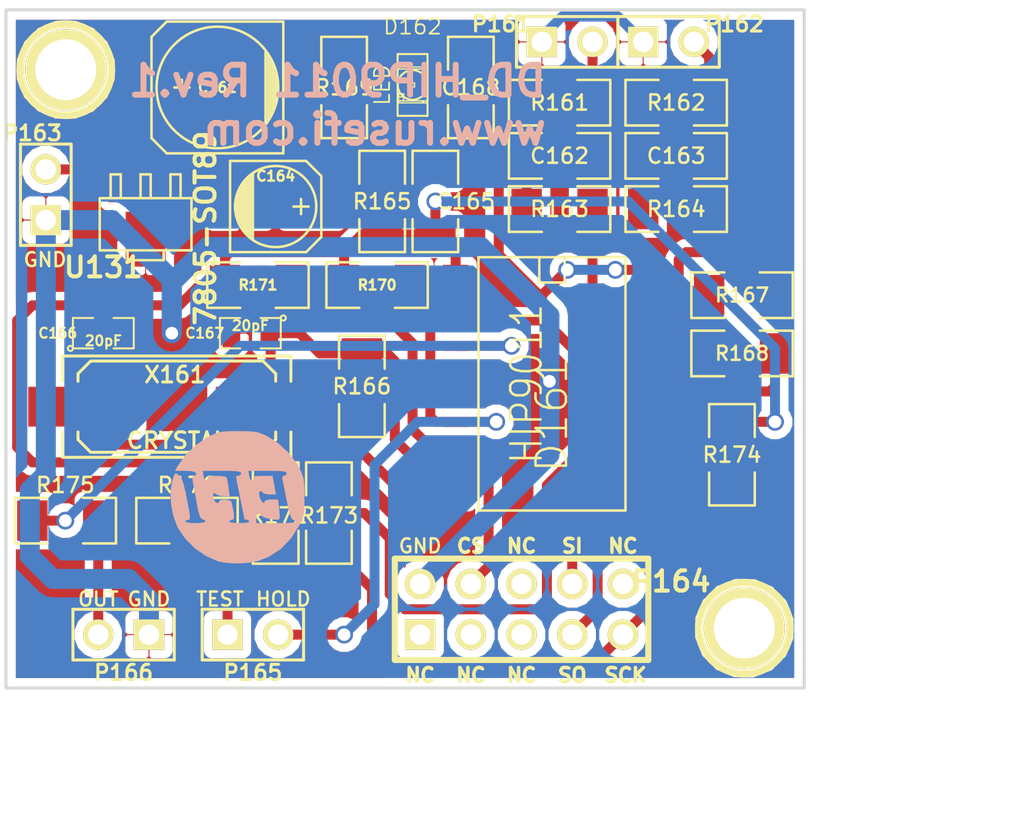
<source format=kicad_pcb>
(kicad_pcb (version 20221018) (generator pcbnew)
  (layers (0 "F.Cu" signal) (31 "B.Cu" signal) (34 "B.Paste" user) (35 "F.Paste" user) (36 "B.SilkS" user) (37 "F.SilkS" user) (38 "B.Mask" user) (39 "F.Mask" user) (44 "Edge.Cuts" user))
  (net 0 "")
  (net 1 "/+12V")
  (net 2 "/5V")
  (net 3 "/CS")
  (net 4 "/GND")
  (net 5 "/INT/HLD")
  (net 6 "/INTOUT")
  (net 7 "/KNOCK1")
  (net 8 "/KNOCK2")
  (net 9 "/OUT")
  (net 10 "/SCK")
  (net 11 "/SI")
  (net 12 "/SO")
  (net 13 "/TEST")
  (net 14 "N-0000017")
  (net 15 "N-0000018")
  (net 16 "N-0000021")
  (net 17 "N-0000025")
  (net 18 "N-0000026")
  (net 19 "N-0000027")
  (net 20 "N-0000028")
  (net 21 "N-0000029")
  (net 22 "N-0000030")
  (net 23 "N-000007")
  (net 24 "N-000008")
  (footprint "sot89" (layer "F.Cu") (at 74 31.7493 180)
    (fp_text reference "U131" (at 2.118 -2.1597 180) (layer "F.SilkS") (effects (font (size 1.00076 1.00076) (thickness 0.20066))))
    (fp_text value "7805-SOT89" (at -2.99974 -0.20066 270) (layer "F.SilkS") (effects (font (size 1.00076 1.00076) (thickness 0.20066))))
    (pad "1" smd rect (at -1.50114 1.89992 180) (size 0.70104 1.6002) (layers "F.Cu" "F.Paste" "F.Mask") (net 24 "N-000008"))
    (pad "2" smd rect (at 0 -0.7493 180) (size 1.99898 2.75082) (layers "F.Cu" "F.Paste" "F.Mask") (net 4 "/GND"))
    (pad "2" smd rect (at 0 1.651 180) (size 0.70104 2.10058) (layers "F.Cu" "F.Paste" "F.Mask") (net 4 "/GND"))
    (pad "3" smd rect (at 1.50114 1.89992 180) (size 0.70104 1.6002) (layers "F.Cu" "F.Paste" "F.Mask") (net 1 "/+12V"))
  )
  (footprint "SM1206" (layer "F.Cu") (at 103.378 43.307 -90)
    (fp_text reference "R174" (at 0 0) (layer "F.SilkS") (effects (font (size 0.762 0.762) (thickness 0.127))))
    (fp_text value "1K" hide)
    (pad "1" smd rect (at -1.651 0 270) (size 1.524 2.032) (layers "F.Cu" "F.Paste" "F.Mask") (net 2 "/5V"))
    (pad "2" smd rect (at 1.651 0 270) (size 1.524 2.032) (layers "F.Cu" "F.Paste" "F.Mask") (net 11 "/SI"))
  )
  (footprint "SM1206" (layer "F.Cu") (at 80.518 46.228 -90)
    (fp_text reference "R172" (at 0.127 -0.127) (layer "F.SilkS") (effects (font (size 0.762 0.762) (thickness 0.125))))
    (fp_text value "1K" hide)
    (pad "1" smd rect (at -1.651 0 270) (size 1.524 2.032) (layers "F.Cu" "F.Paste" "F.Mask") (net 2 "/5V"))
    (pad "2" smd rect (at 1.651 0 270) (size 1.524 2.032) (layers "F.Cu" "F.Paste" "F.Mask") (net 13 "/TEST"))
  )
  (footprint "SM1206" (layer "F.Cu") (at 85.598 34.798)
    (fp_text reference "R170" (at 0 0) (layer "F.SilkS") (effects (font (size 0.5 0.5) (thickness 0.125))))
    (fp_text value "1K" hide)
    (pad "1" smd rect (at -1.651 0) (size 1.524 2.032) (layers "F.Cu" "F.Paste" "F.Mask") (net 2 "/5V"))
    (pad "2" smd rect (at 1.651 0) (size 1.524 2.032) (layers "F.Cu" "F.Paste" "F.Mask") (net 5 "/INT/HLD"))
  )
  (footprint "SM1206" (layer "F.Cu") (at 83.947 24.892 -90)
    (fp_text reference "R169" (at 0 0) (layer "F.SilkS") (effects (font (size 0.762 0.762) (thickness 0.127))))
    (fp_text value "470R" hide)
    (pad "1" smd rect (at -1.651 0 270) (size 1.524 2.032) (layers "F.Cu" "F.Paste" "F.Mask") (net 23 "N-000007"))
    (pad "2" smd rect (at 1.651 0 270) (size 1.524 2.032) (layers "F.Cu" "F.Paste" "F.Mask") (net 24 "N-000008"))
  )
  (footprint "SM1206" (layer "F.Cu") (at 83.185 46.228 -90)
    (fp_text reference "R173" (at 0.127 0) (layer "F.SilkS") (effects (font (size 0.762 0.762) (thickness 0.127))))
    (fp_text value "1K" hide)
    (pad "1" smd rect (at -1.651 0 270) (size 1.524 2.032) (layers "F.Cu" "F.Paste" "F.Mask") (net 2 "/5V"))
    (pad "2" smd rect (at 1.651 0 270) (size 1.524 2.032) (layers "F.Cu" "F.Paste" "F.Mask") (net 10 "/SCK"))
  )
  (footprint "SM1206" (layer "F.Cu") (at 85.852 30.607 -90)
    (fp_text reference "R165" (at 0 0) (layer "F.SilkS") (effects (font (size 0.762 0.762) (thickness 0.127))))
    (fp_text value "10R" hide)
    (pad "1" smd rect (at -1.651 0 270) (size 1.524 2.032) (layers "F.Cu" "F.Paste" "F.Mask") (net 24 "N-000008"))
    (pad "2" smd rect (at 1.651 0 270) (size 1.524 2.032) (layers "F.Cu" "F.Paste" "F.Mask") (net 2 "/5V"))
  )
  (footprint "SM1206" (layer "F.Cu") (at 84.836 39.878 90)
    (fp_text reference "R166" (at 0 0 180) (layer "F.SilkS") (effects (font (size 0.762 0.762) (thickness 0.127))))
    (fp_text value "1M" hide)
    (pad "1" smd rect (at -1.651 0 90) (size 1.524 2.032) (layers "F.Cu" "F.Paste" "F.Mask") (net 15 "N-0000018"))
    (pad "2" smd rect (at 1.651 0 90) (size 1.524 2.032) (layers "F.Cu" "F.Paste" "F.Mask") (net 14 "N-0000017"))
  )
  (footprint "SM1206" (layer "F.Cu") (at 88.519 30.607 90)
    (fp_text reference "C165" (at 0 1.524 180) (layer "F.SilkS") (effects (font (size 0.762 0.762) (thickness 0.127))))
    (fp_text value "100n" hide)
    (pad "1" smd rect (at -1.651 0 90) (size 1.524 2.032) (layers "F.Cu" "F.Paste" "F.Mask") (net 2 "/5V"))
    (pad "2" smd rect (at 1.651 0 90) (size 1.524 2.032) (layers "F.Cu" "F.Paste" "F.Mask") (net 4 "/GND"))
  )
  (footprint "SM1206" (layer "F.Cu") (at 103.886 35.306)
    (fp_text reference "R167" (at 0 0) (layer "F.SilkS") (effects (font (size 0.7 0.7) (thickness 0.127))))
    (fp_text value "68k" hide)
    (pad "1" smd rect (at -1.651 0) (size 1.524 2.032) (layers "F.Cu" "F.Paste" "F.Mask") (net 20 "N-0000028"))
    (pad "2" smd rect (at 1.651 0) (size 1.524 2.032) (layers "F.Cu" "F.Paste" "F.Mask") (net 21 "N-0000029"))
  )
  (footprint "SM1206" (layer "F.Cu") (at 100.584 30.988)
    (fp_text reference "R164" (at 0 0) (layer "F.SilkS") (effects (font (size 0.762 0.762) (thickness 0.127))))
    (fp_text value "10k" hide)
    (pad "1" smd rect (at -1.651 0) (size 1.524 2.032) (layers "F.Cu" "F.Paste" "F.Mask") (net 16 "N-0000021"))
    (pad "2" smd rect (at 1.651 0) (size 1.524 2.032) (layers "F.Cu" "F.Paste" "F.Mask") (net 21 "N-0000029"))
  )
  (footprint "SM1206" (layer "F.Cu") (at 94.742 30.988)
    (fp_text reference "R163" (at 0 0) (layer "F.SilkS") (effects (font (size 0.762 0.762) (thickness 0.127))))
    (fp_text value "10k" hide)
    (pad "1" smd rect (at -1.651 0) (size 1.524 2.032) (layers "F.Cu" "F.Paste" "F.Mask") (net 22 "N-0000030"))
    (pad "2" smd rect (at 1.651 0) (size 1.524 2.032) (layers "F.Cu" "F.Paste" "F.Mask") (net 18 "N-0000026"))
  )
  (footprint "SM1206" (layer "F.Cu") (at 100.584 28.321 180)
    (fp_text reference "C163" (at 0 0 180) (layer "F.SilkS") (effects (font (size 0.762 0.762) (thickness 0.127))))
    (fp_text value "47n" hide)
    (pad "1" smd rect (at -1.651 0 180) (size 1.524 2.032) (layers "F.Cu" "F.Paste" "F.Mask") (net 8 "/KNOCK2"))
    (pad "2" smd rect (at 1.651 0 180) (size 1.524 2.032) (layers "F.Cu" "F.Paste" "F.Mask") (net 16 "N-0000021"))
  )
  (footprint "SM1206" (layer "F.Cu") (at 100.584 25.654 180)
    (fp_text reference "R162" (at 0 0 180) (layer "F.SilkS") (effects (font (size 0.762 0.762) (thickness 0.127))))
    (fp_text value "1M" hide)
    (pad "1" smd rect (at -1.651 0 180) (size 1.524 2.032) (layers "F.Cu" "F.Paste" "F.Mask") (net 8 "/KNOCK2"))
    (pad "2" smd rect (at 1.651 0 180) (size 1.524 2.032) (layers "F.Cu" "F.Paste" "F.Mask") (net 4 "/GND"))
  )
  (footprint "SM1206" (layer "F.Cu") (at 94.742 25.654 180)
    (fp_text reference "R161" (at 0 0 180) (layer "F.SilkS") (effects (font (size 0.762 0.762) (thickness 0.127))))
    (fp_text value "1M" hide)
    (pad "1" smd rect (at -1.651 0 180) (size 1.524 2.032) (layers "F.Cu" "F.Paste" "F.Mask") (net 7 "/KNOCK1"))
    (pad "2" smd rect (at 1.651 0 180) (size 1.524 2.032) (layers "F.Cu" "F.Paste" "F.Mask") (net 4 "/GND"))
  )
  (footprint "SM1206" (layer "F.Cu") (at 94.742 28.321 180)
    (fp_text reference "C162" (at 0 0 180) (layer "F.SilkS") (effects (font (size 0.762 0.762) (thickness 0.127))))
    (fp_text value "47n" hide)
    (pad "1" smd rect (at -1.651 0 180) (size 1.524 2.032) (layers "F.Cu" "F.Paste" "F.Mask") (net 7 "/KNOCK1"))
    (pad "2" smd rect (at 1.651 0 180) (size 1.524 2.032) (layers "F.Cu" "F.Paste" "F.Mask") (net 22 "N-0000030"))
  )
  (footprint "SM0805" (layer "F.Cu") (at 71.882 37.211)
    (fp_text reference "C166" (at -2.286 0) (layer "F.SilkS") (effects (font (size 0.50038 0.50038) (thickness 0.10922))))
    (fp_text value "20pF" (at 0 0.381) (layer "F.SilkS") (effects (font (size 0.50038 0.50038) (thickness 0.10922))))
    (pad "1" smd rect (at -0.9525 0) (size 0.889 1.397) (layers "F.Cu" "F.Paste" "F.Mask") (net 15 "N-0000018"))
    (pad "2" smd rect (at 0.9525 0) (size 0.889 1.397) (layers "F.Cu" "F.Paste" "F.Mask") (net 4 "/GND"))
  )
  (footprint "SM0805" (layer "F.Cu") (at 79.248 37.211 180)
    (fp_text reference "C167" (at 2.286 0 180) (layer "F.SilkS") (effects (font (size 0.50038 0.50038) (thickness 0.10922))))
    (fp_text value "20pF" (at 0 0.381 180) (layer "F.SilkS") (effects (font (size 0.50038 0.50038) (thickness 0.10922))))
    (pad "1" smd rect (at -0.9525 0 180) (size 0.889 1.397) (layers "F.Cu" "F.Paste" "F.Mask") (net 14 "N-0000017"))
    (pad "2" smd rect (at 0.9525 0 180) (size 0.889 1.397) (layers "F.Cu" "F.Paste" "F.Mask") (net 4 "/GND"))
  )
  (footprint "Q_49U3HMS" (layer "F.Cu") (at 75.565 40.894)
    (fp_text reference "X161" (at -0.1 -1.6) (layer "F.SilkS") (effects (font (size 0.8 0.8))))
    (fp_text value "CRYSTAL" (at 0 1.7) (layer "F.SilkS") (effects (font (size 0.8 0.8))))
    (pad "1" smd rect (at -4.699 0) (size 5.4991 1.99898) (layers "F.Cu" "F.Paste" "F.Mask") (net 14 "N-0000017"))
    (pad "2" smd rect (at 4.699 0) (size 5.4991 1.99898) (layers "F.Cu" "F.Paste" "F.Mask") (net 15 "N-0000018"))
  )
  (footprint "PIN_ARRAY_2X1" (layer "F.Cu") (at 100.203 22.606)
    (fp_text reference "P162" (at 3.302 -0.889) (layer "F.SilkS") (effects (font (size 0.762 0.762) (thickness 0.1524))))
    (fp_text value "KNOCK 2" hide)
    (pad "1" thru_hole rect (at -1.27 0) (size 1.524 1.524) (drill 1.016) (layers "*.Cu" "*.Mask" "F.SilkS") (net 4 "/GND"))
    (pad "2" thru_hole circle (at 1.27 0) (size 1.524 1.524) (drill 1.016) (layers "*.Cu" "*.Mask" "F.SilkS") (net 8 "/KNOCK2"))
  )
  (footprint "PIN_ARRAY_2X1" (layer "F.Cu") (at 95.123 22.606)
    (fp_text reference "P161" (at -3.302 -0.889) (layer "F.SilkS") (effects (font (size 0.762 0.762) (thickness 0.1524))))
    (fp_text value "KNOCK 1" hide)
    (pad "1" thru_hole rect (at -1.27 0) (size 1.524 1.524) (drill 1.016) (layers "*.Cu" "*.Mask" "F.SilkS") (net 4 "/GND"))
    (pad "2" thru_hole circle (at 1.27 0) (size 1.524 1.524) (drill 1.016) (layers "*.Cu" "*.Mask" "F.SilkS") (net 7 "/KNOCK1"))
  )
  (footprint "PIN_ARRAY_2X1" (layer "F.Cu") (at 69 30.27 90)
    (fp_text reference "P163" (at 3.092 -0.674 180) (layer "F.SilkS") (effects (font (size 0.762 0.762) (thickness 0.1524))))
    (fp_text value "12V" hide)
    (pad "1" thru_hole rect (at -1.27 0 90) (size 1.524 1.524) (drill 1.016) (layers "*.Cu" "*.Mask" "F.SilkS") (net 4 "/GND"))
    (pad "2" thru_hole circle (at 1.27 0 90) (size 1.524 1.524) (drill 1.016) (layers "*.Cu" "*.Mask" "F.SilkS") (net 1 "/+12V"))
  )
  (footprint "LED-1206" (layer "F.Cu") (at 87.376 24.765 -90)
    (fp_text reference "D162" (at -2.921 0) (layer "F.SilkS") (effects (font (size 0.762 0.762) (thickness 0.0889))))
    (fp_text value "LED" (at 0 1.524 270) (layer "F.SilkS") (effects (font (size 0.762 0.762) (thickness 0.0889))))
    (pad "1" smd rect (at -1.41986 0 270) (size 1.59766 1.80086) (layers "F.Cu" "F.Paste" "F.Mask") (net 23 "N-000007"))
    (pad "2" smd rect (at 1.41986 0 270) (size 1.59766 1.80086) (layers "F.Cu" "F.Paste" "F.Mask") (net 4 "/GND"))
  )
  (footprint "c_elec_6.3x5.3" (layer "F.Cu") (at 77.597 24.892 180)
    (fp_text reference "C161" (at 0 0 180) (layer "F.SilkS") (effects (font (size 0.50038 0.50038) (thickness 0.11938))))
    (fp_text value "100u" hide)
    (pad "1" smd rect (at 2.75082 0 180) (size 3.59918 1.6002) (layers "F.Cu" "F.Paste" "F.Mask") (net 1 "/+12V"))
    (pad "2" smd rect (at -2.75082 0 180) (size 3.59918 1.6002) (layers "F.Cu" "F.Paste" "F.Mask") (net 4 "/GND"))
  )
  (footprint "c_elec_4x5.3" (layer "F.Cu") (at 80.518 30.861)
    (fp_text reference "C164" (at 0 -1.524) (layer "F.SilkS") (effects (font (size 0.50038 0.50038) (thickness 0.11938))))
    (fp_text value "10u" hide)
    (pad "1" smd rect (at 1.80086 0) (size 2.60096 1.6002) (layers "F.Cu" "F.Paste" "F.Mask") (net 24 "N-000008"))
    (pad "2" smd rect (at -1.80086 0) (size 2.60096 1.6002) (layers "F.Cu" "F.Paste" "F.Mask") (net 4 "/GND"))
  )
  (footprint "SM1206" (layer "F.Cu") (at 69.977 46.609)
    (fp_text reference "R175" (at 0 -1.778) (layer "F.SilkS") (effects (font (size 0.762 0.762) (thickness 0.127))))
    (fp_text value "10k" hide)
    (pad "1" smd rect (at -1.651 0) (size 1.524 2.032) (layers "F.Cu" "F.Paste" "F.Mask") (net 6 "/INTOUT"))
    (pad "2" smd rect (at 1.651 0) (size 1.524 2.032) (layers "F.Cu" "F.Paste" "F.Mask") (net 9 "/OUT"))
  )
  (footprint "SM1206" (layer "F.Cu") (at 76.073 46.609)
    (fp_text reference "R176" (at 0 -1.778) (layer "F.SilkS") (effects (font (size 0.762 0.762) (thickness 0.127))))
    (fp_text value "10k" hide)
    (pad "1" smd rect (at -1.651 0) (size 1.524 2.032) (layers "F.Cu" "F.Paste" "F.Mask") (net 9 "/OUT"))
    (pad "2" smd rect (at 1.651 0) (size 1.524 2.032) (layers "F.Cu" "F.Paste" "F.Mask") (net 4 "/GND"))
  )
  (footprint "SO20L" (layer "F.Cu") (at 94.361 39.751 -90)
    (fp_text reference "D161" (at 1.524 0 270) (layer "F.SilkS") (effects (font (size 1.524 1.524) (thickness 0.127))))
    (fp_text value "HIP9011" (at 0 1.27 270) (layer "F.SilkS") (effects (font (size 1.524 1.27) (thickness 0.127))))
    (pad "1" smd rect (at -5.715 4.826 270) (size 0.508 1.27) (layers "F.Cu" "F.Paste" "F.Mask") (net 2 "/5V"))
    (pad "2" smd rect (at -4.445 4.826 270) (size 0.508 1.27) (layers "F.Cu" "F.Paste" "F.Mask") (net 4 "/GND"))
    (pad "3" smd rect (at -3.175 4.826 270) (size 0.508 1.27) (layers "F.Cu" "F.Paste" "F.Mask") (net 17 "N-0000025"))
    (pad "4" smd rect (at -1.905 4.826 270) (size 0.508 1.27) (layers "F.Cu" "F.Paste" "F.Mask") (net 6 "/INTOUT"))
    (pad "5" smd rect (at -0.635 4.826 270) (size 0.508 1.27) (layers "F.Cu" "F.Paste" "F.Mask"))
    (pad "6" smd rect (at 0.635 4.826 270) (size 0.508 1.27) (layers "F.Cu" "F.Paste" "F.Mask"))
    (pad "7" smd rect (at 1.905 4.826 270) (size 0.508 1.27) (layers "F.Cu" "F.Paste" "F.Mask") (net 5 "/INT/HLD"))
    (pad "8" smd rect (at 3.175 4.826 270) (size 0.508 1.27) (layers "F.Cu" "F.Paste" "F.Mask") (net 3 "/CS"))
    (pad "9" smd rect (at 4.445 4.826 270) (size 0.508 1.27) (layers "F.Cu" "F.Paste" "F.Mask") (net 14 "N-0000017"))
    (pad "10" smd rect (at 5.715 4.826 270) (size 0.508 1.27) (layers "F.Cu" "F.Paste" "F.Mask") (net 15 "N-0000018"))
    (pad "11" smd rect (at 5.715 -4.826 270) (size 0.508 1.27) (layers "F.Cu" "F.Paste" "F.Mask") (net 12 "/SO"))
    (pad "12" smd rect (at 4.445 -4.826 270) (size 0.508 1.27) (layers "F.Cu" "F.Paste" "F.Mask") (net 11 "/SI"))
    (pad "13" smd rect (at 3.175 -4.826 270) (size 0.508 1.27) (layers "F.Cu" "F.Paste" "F.Mask") (net 10 "/SCK"))
    (pad "14" smd rect (at 1.905 -4.826 270) (size 0.508 1.27) (layers "F.Cu" "F.Paste" "F.Mask") (net 13 "/TEST"))
    (pad "15" smd rect (at 0.635 -4.826 270) (size 0.508 1.27) (layers "F.Cu" "F.Paste" "F.Mask") (net 17 "N-0000025"))
    (pad "16" smd rect (at -0.635 -4.826 270) (size 0.508 1.27) (layers "F.Cu" "F.Paste" "F.Mask") (net 18 "N-0000026"))
    (pad "17" smd rect (at -1.905 -4.826 270) (size 0.508 1.27) (layers "F.Cu" "F.Paste" "F.Mask") (net 19 "N-0000027"))
    (pad "18" smd rect (at -3.175 -4.826 270) (size 0.508 1.27) (layers "F.Cu" "F.Paste" "F.Mask") (net 20 "N-0000028"))
    (pad "19" smd rect (at -4.445 -4.826 270) (size 0.508 1.27) (layers "F.Cu" "F.Paste" "F.Mask") (net 21 "N-0000029"))
    (pad "20" smd rect (at -5.715 -4.826 270) (size 0.508 1.27) (layers "F.Cu" "F.Paste" "F.Mask") (net 17 "N-0000025"))
  )
  (footprint "PIN_ARRAY_5x2" (layer "F.Cu") (at 92.837 51.054)
    (fp_text reference "P164" (at 7.493 -1.397) (layer "F.SilkS") (effects (font (size 1.016 1.016) (thickness 0.2032))))
    (fp_text value "CONN_5X2" hide)
    (pad "1" thru_hole rect (at -5.08 1.27) (size 1.524 1.524) (drill 1.016) (layers "*.Cu" "*.Mask" "F.SilkS"))
    (pad "2" thru_hole circle (at -5.08 -1.27) (size 1.524 1.524) (drill 1.016) (layers "*.Cu" "*.Mask" "F.SilkS") (net 4 "/GND"))
    (pad "3" thru_hole circle (at -2.54 1.27) (size 1.524 1.524) (drill 1.016) (layers "*.Cu" "*.Mask" "F.SilkS"))
    (pad "4" thru_hole circle (at -2.54 -1.27) (size 1.524 1.524) (drill 1.016) (layers "*.Cu" "*.Mask" "F.SilkS") (net 3 "/CS"))
    (pad "5" thru_hole circle (at 0 1.27) (size 1.524 1.524) (drill 1.016) (layers "*.Cu" "*.Mask" "F.SilkS"))
    (pad "6" thru_hole circle (at 0 -1.27) (size 1.524 1.524) (drill 1.016) (layers "*.Cu" "*.Mask" "F.SilkS"))
    (pad "7" thru_hole circle (at 2.54 1.27) (size 1.524 1.524) (drill 1.016) (layers "*.Cu" "*.Mask" "F.SilkS") (net 12 "/SO"))
    (pad "8" thru_hole circle (at 2.54 -1.27) (size 1.524 1.524) (drill 1.016) (layers "*.Cu" "*.Mask" "F.SilkS") (net 11 "/SI"))
    (pad "9" thru_hole circle (at 5.08 1.27) (size 1.524 1.524) (drill 1.016) (layers "*.Cu" "*.Mask" "F.SilkS") (net 10 "/SCK"))
    (pad "10" thru_hole circle (at 5.08 -1.27) (size 1.524 1.524) (drill 1.016) (layers "*.Cu" "*.Mask" "F.SilkS"))
  )
  (footprint "PIN_ARRAY_2X1" (layer "F.Cu") (at 79.375 52.324)
    (fp_text reference "P165" (at 0 1.905) (layer "F.SilkS") (effects (font (size 0.762 0.762) (thickness 0.1524))))
    (fp_text value "CONN_2" hide)
    (pad "1" thru_hole rect (at -1.27 0) (size 1.524 1.524) (drill 1.016) (layers "*.Cu" "*.Mask" "F.SilkS") (net 13 "/TEST"))
    (pad "2" thru_hole circle (at 1.27 0) (size 1.524 1.524) (drill 1.016) (layers "*.Cu" "*.Mask" "F.SilkS") (net 5 "/INT/HLD"))
  )
  (footprint "PIN_ARRAY_2X1" (layer "F.Cu") (at 72.898 52.324 180)
    (fp_text reference "P166" (at 0 -1.905 180) (layer "F.SilkS") (effects (font (size 0.762 0.762) (thickness 0.1524))))
    (fp_text value "CONN_2" hide)
    (pad "1" thru_hole rect (at -1.27 0 180) (size 1.524 1.524) (drill 1.016) (layers "*.Cu" "*.Mask" "F.SilkS") (net 4 "/GND"))
    (pad "2" thru_hole circle (at 1.27 0 180) (size 1.524 1.524) (drill 1.016) (layers "*.Cu" "*.Mask" "F.SilkS") (net 9 "/OUT"))
  )
  (footprint "1pin" (layer "F.Cu") (at 104 52)
    (fp_text reference "" (at 0 -3.048) (layer "F.SilkS") (effects (font (size 1.016 1.016) (thickness 0.254))))
    (fp_text value "" hide)
    (pad "1" thru_hole circle (at 0 0) (size 4.064 4.064) (drill 3.048) (layers "*.Cu" "*.Mask" "F.SilkS"))
  )
  (footprint "1pin" (layer "F.Cu") (at 70 24)
    (fp_text reference "" (at 0 -3.048) (layer "F.SilkS") (effects (font (size 1.016 1.016) (thickness 0.254))))
    (fp_text value "" hide)
    (pad "1" thru_hole circle (at 0 0) (size 4.064 4.064) (drill 3.048) (layers "*.Cu" "*.Mask" "F.SilkS"))
  )
  (footprint "SM1206" (layer "F.Cu") (at 90.297 24.892 90)
    (fp_text reference "C168" (at 0 0 180) (layer "F.SilkS") (effects (font (size 0.762 0.762) (thickness 0.127))))
    (fp_text value "22n" hide)
    (pad "1" smd rect (at -1.651 0 90) (size 1.524 2.032) (layers "F.Cu" "F.Paste" "F.Mask") (net 17 "N-0000025"))
    (pad "2" smd rect (at 1.651 0 90) (size 1.524 2.032) (layers "F.Cu" "F.Paste" "F.Mask") (net 4 "/GND"))
  )
  (footprint "SM1206" (layer "F.Cu") (at 79.629 34.798)
    (fp_text reference "R171" (at 0 0) (layer "F.SilkS") (effects (font (size 0.5 0.5) (thickness 0.125))))
    (fp_text value "1K" hide)
    (pad "1" smd rect (at -1.651 0) (size 1.524 2.032) (layers "F.Cu" "F.Paste" "F.Mask") (net 2 "/5V"))
    (pad "2" smd rect (at 1.651 0) (size 1.524 2.032) (layers "F.Cu" "F.Paste" "F.Mask") (net 3 "/CS"))
  )
  (footprint "SM1206" (layer "F.Cu") (at 103.886 38.227)
    (fp_text reference "R168" (at 0 0) (layer "F.SilkS") (effects (font (size 0.7 0.7) (thickness 0.127))))
    (fp_text value "68k" hide)
    (pad "1" smd rect (at -1.651 0) (size 1.524 2.032) (layers "F.Cu" "F.Paste" "F.Mask") (net 19 "N-0000027"))
    (pad "2" smd rect (at 1.651 0) (size 1.524 2.032) (layers "F.Cu" "F.Paste" "F.Mask") (net 18 "N-0000026"))
  )
  (footprint "LOGO_F" (layer "B.Cu") (at 78.613 45.466)
    (fp_text reference "G161" hide)
    (fp_text value "LOGO" hide)
  )
  (gr_line (start 67 21) (end 67 49) (stroke (width 0.15)) (layer "Edge.Cuts"))
  (gr_line (start 104 21) (end 107 21) (stroke (width 0.15)) (layer "Edge.Cuts"))
  (gr_line (start 107 55) (end 67 55) (stroke (width 0.15)) (layer "Edge.Cuts"))
  (gr_line (start 107 21) (end 107 55) (stroke (width 0.15)) (layer "Edge.Cuts"))
  (gr_line (start 67 55) (end 67 49) (stroke (width 0.15)) (layer "Edge.Cuts"))
  (gr_line (start 104 21) (end 67 21) (stroke (width 0.15)) (layer "Edge.Cuts"))
  (gr_text "DD_HIP9011 Rev.1\nwww.rusefi.com\n" (at 94.234 25.781) (layer "B.SilkS") (effects (font (size 1.5 1.5) (thickness 0.3)) (justify left mirror)))
  (gr_text "CS" (at 90.297 47.879) (layer "F.SilkS") (effects (font (size 0.7 0.7) (thickness 0.175))))
  (gr_text "GND" (at 74.168 50.546) (layer "F.SilkS") (effects (font (size 0.7 0.7) (thickness 0.125))))
  (gr_text "TEST\n" (at 77.724 50.546) (layer "F.SilkS") (effects (font (size 0.7 0.7) (thickness 0.125))))
  (gr_text "NC\n" (at 97.917 47.879) (layer "F.SilkS") (effects (font (size 0.7 0.7) (thickness 0.175))))
  (gr_text "NC\n" (at 92.837 54.356) (layer "F.SilkS") (effects (font (size 0.7 0.7) (thickness 0.175))))
  (gr_text "OUT\n" (at 71.628 50.546) (layer "F.SilkS") (effects (font (size 0.7 0.7) (thickness 0.125))))
  (gr_text "SO" (at 95.377 54.356) (layer "F.SilkS") (effects (font (size 0.7 0.7) (thickness 0.175))))
  (gr_text "HOLD\n" (at 80.899 50.546) (layer "F.SilkS") (effects (font (size 0.7 0.7) (thickness 0.125))))
  (gr_text "SI\n" (at 95.377 47.879) (layer "F.SilkS") (effects (font (size 0.7 0.7) (thickness 0.175))))
  (gr_text "NC\n" (at 90.297 54.356) (layer "F.SilkS") (effects (font (size 0.7 0.7) (thickness 0.175))))
  (gr_text "NC\n" (at 87.757 54.356) (layer "F.SilkS") (effects (font (size 0.7 0.7) (thickness 0.175))))
  (gr_text "SCK" (at 98.044 54.356) (layer "F.SilkS") (effects (font (size 0.7 0.7) (thickness 0.175))))
  (gr_text "GND" (at 68.961 33.528) (layer "F.SilkS") (effects (font (size 0.7 0.7) (thickness 0.125))))
  (gr_text "GND" (at 87.757 47.879) (layer "F.SilkS") (effects (font (size 0.7 0.7) (thickness 0.125))))
  (gr_text "NC\n" (at 92.837 47.879) (layer "F.SilkS") (effects (font (size 0.7 0.7) (thickness 0.175))))
  (segment (start 70.656 29) (end 71.50538 29.84938) (width 0.5) (layer "F.Cu") (net 1))
  (segment (start 71.50538 29.84938) (end 72.49886 29.84938) (width 0.5) (layer "F.Cu") (net 1))
  (segment (start 72.49886 28.59314) (end 74.84618 26.24582) (width 0.5) (layer "F.Cu") (net 1))
  (segment (start 74.84618 26.24582) (end 74.84618 24.892) (width 0.5) (layer "F.Cu") (net 1))
  (segment (start 69 29) (end 70.656 29) (width 0.5) (layer "F.Cu") (net 1))
  (segment (start 72.49886 29.84938) (end 72.49886 28.59314) (width 0.5) (layer "F.Cu") (net 1))
  (segment (start 78.994 44.577) (end 78.105 43.688) (width 0.5) (layer "F.Cu") (net 2))
  (segment (start 78.105 43.688) (end 68.326 43.688) (width 0.5) (layer "F.Cu") (net 2))
  (segment (start 68.326 43.688) (end 67.564 42.926) (width 0.5) (layer "F.Cu") (net 2))
  (segment (start 67.564 42.926) (end 67.564 36.576) (width 0.5) (layer "F.Cu") (net 2))
  (segment (start 67.564 36.576) (end 68.326 35.814) (width 0.5) (layer "F.Cu") (net 2))
  (segment (start 68.326 35.814) (end 75.692 35.814) (width 0.5) (layer "F.Cu") (net 2))
  (segment (start 75.692 35.814) (end 76.708 34.798) (width 0.5) (layer "F.Cu") (net 2))
  (segment (start 76.708 34.798) (end 77.978 34.798) (width 0.5) (layer "F.Cu") (net 2))
  (segment (start 77.978 33.401) (end 78.232 33.147) (width 0.5) (layer "F.Cu") (net 2))
  (segment (start 78.232 33.147) (end 83.947 33.147) (width 0.5) (layer "F.Cu") (net 2))
  (segment (start 83.947 33.147) (end 84.836 32.258) (width 0.5) (layer "F.Cu") (net 2))
  (segment (start 84.836 32.258) (end 85.852 32.258) (width 0.5) (layer "F.Cu") (net 2))
  (segment (start 88.519 32.258) (end 89.535 33.274) (width 0.5) (layer "F.Cu") (net 2))
  (segment (start 89.535 33.274) (end 89.535 34.036) (width 0.5) (layer "F.Cu") (net 2))
  (segment (start 105.537 41.656) (end 103.378 41.656) (width 0.5) (layer "F.Cu") (net 2))
  (segment (start 88.519 32.258) (end 88.519 30.607) (width 0.5) (layer "F.Cu") (net 2))
  (segment (start 77.978 34.798) (end 77.978 33.401) (width 0.5) (layer "F.Cu") (net 2))
  (segment (start 80.518 44.577) (end 78.994 44.577) (width 0.5) (layer "F.Cu") (net 2))
  (segment (start 83.185 44.577) (end 80.518 44.577) (width 0.5) (layer "F.Cu") (net 2))
  (segment (start 85.852 32.258) (end 88.519 32.258) (width 0.5) (layer "F.Cu") (net 2))
  (segment (start 83.947 34.798) (end 83.947 33.147) (width 0.5) (layer "F.Cu") (net 2))
  (via (at 88.519 30.607) (size 0.889) (drill 0.635) (layers "F.Cu" "B.Cu") (net 2))
  (via (at 105.537 41.656) (size 0.889) (drill 0.635) (layers "F.Cu" "B.Cu") (net 2))
  (segment (start 88.519 30.607) (end 98.171 30.607) (width 0.5) (layer "B.Cu") (net 2))
  (segment (start 98.171 30.607) (end 105.537 37.973) (width 0.5) (layer "B.Cu") (net 2))
  (segment (start 105.537 37.973) (end 105.537 41.656) (width 0.5) (layer "B.Cu") (net 2))
  (segment (start 88.265 42.926) (end 87.376 42.037) (width 0.5) (layer "F.Cu") (net 3))
  (segment (start 87.376 42.037) (end 87.376 37.719) (width 0.5) (layer "F.Cu") (net 3))
  (segment (start 87.376 37.719) (end 86.36 36.703) (width 0.5) (layer "F.Cu") (net 3))
  (segment (start 86.36 36.703) (end 83.185 36.703) (width 0.5) (layer "F.Cu") (net 3))
  (segment (start 83.185 36.703) (end 81.28 34.798) (width 0.5) (layer "F.Cu") (net 3))
  (segment (start 90.805 42.926) (end 91.186 43.307) (width 0.5) (layer "F.Cu") (net 3))
  (segment (start 91.186 43.307) (end 91.186 48.895) (width 0.5) (layer "F.Cu") (net 3))
  (segment (start 91.186 48.895) (end 90.297 49.784) (width 0.5) (layer "F.Cu") (net 3))
  (segment (start 89.535 42.926) (end 88.265 42.926) (width 0.5) (layer "F.Cu") (net 3))
  (segment (start 89.535 42.926) (end 90.805 42.926) (width 0.5) (layer "F.Cu") (net 3))
  (via (at 94.234 39.624) (size 0.889) (drill 0.635) (layers "F.Cu" "B.Cu") (net 4))
  (via (at 75.311 37.211) (size 0.889) (drill 0.635) (layers "F.Cu" "B.Cu") (net 4))
  (segment (start 93.853 22.352) (end 94.869 21.336) (width 0.5) (layer "B.Cu") (net 4))
  (segment (start 94.869 21.336) (end 97.663 21.336) (width 0.5) (layer "B.Cu") (net 4))
  (segment (start 97.663 21.336) (end 98.933 22.606) (width 0.5) (layer "B.Cu") (net 4))
  (segment (start 74.168 50.546) (end 73.152 49.53) (width 1) (layer "B.Cu") (net 4))
  (segment (start 73.152 49.53) (end 69.342 49.53) (width 1) (layer "B.Cu") (net 4))
  (segment (start 69.342 49.53) (end 68.199 48.387) (width 1) (layer "B.Cu") (net 4))
  (segment (start 68.199 48.387) (end 68.199 45.085) (width 1) (layer "B.Cu") (net 4))
  (segment (start 68.199 45.085) (end 69 44.284) (width 1) (layer "B.Cu") (net 4))
  (segment (start 69 44.284) (end 69 31.54) (width 1) (layer "B.Cu") (net 4))
  (segment (start 72.307 31.54) (end 75.311 34.544) (width 1) (layer "B.Cu") (net 4))
  (segment (start 75.311 34.544) (end 75.311 37.211) (width 1) (layer "B.Cu") (net 4))
  (segment (start 75.311 34.671) (end 77.089 32.893) (width 1) (layer "B.Cu") (net 4))
  (segment (start 77.089 32.893) (end 90.805 32.893) (width 1) (layer "B.Cu") (net 4))
  (segment (start 90.805 32.893) (end 94.234 36.322) (width 1) (layer "B.Cu") (net 4))
  (segment (start 94.234 36.322) (end 94.234 39.624) (width 1) (layer "B.Cu") (net 4))
  (segment (start 94.234 43.307) (end 87.757 49.784) (width 1) (layer "B.Cu") (net 4))
  (segment (start 75.311 37.211) (end 75.311 34.671) (width 1) (layer "B.Cu") (net 4))
  (segment (start 94.234 39.624) (end 94.234 43.307) (width 1) (layer "B.Cu") (net 4))
  (segment (start 69 31.54) (end 72.307 31.54) (width 1) (layer "B.Cu") (net 4))
  (segment (start 93.853 22.606) (end 93.853 22.352) (width 0.5) (layer "B.Cu") (net 4))
  (segment (start 74.168 52.324) (end 74.168 50.546) (width 1) (layer "B.Cu") (net 4))
  (segment (start 87.249 35.814) (end 88.265 36.83) (width 0.5) (layer "F.Cu") (net 5))
  (segment (start 88.265 36.83) (end 88.265 41.402) (width 0.5) (layer "F.Cu") (net 5))
  (segment (start 88.265 41.402) (end 88.519 41.656) (width 0.5) (layer "F.Cu") (net 5))
  (segment (start 88.519 41.656) (end 89.535 41.656) (width 0.5) (layer "F.Cu") (net 5))
  (segment (start 91.567 41.656) (end 89.535 41.656) (width 0.5) (layer "F.Cu") (net 5))
  (segment (start 80.645 52.324) (end 81.915 52.324) (width 0.5) (layer "F.Cu") (net 5))
  (segment (start 81.915 52.324) (end 83.947 52.324) (width 0.5) (layer "F.Cu") (net 5))
  (segment (start 87.249 34.798) (end 87.249 35.814) (width 0.5) (layer "F.Cu") (net 5))
  (via (at 83.947 52.324) (size 0.889) (drill 0.635) (layers "F.Cu" "B.Cu") (net 5))
  (via (at 91.567 41.656) (size 0.889) (drill 0.635) (layers "F.Cu" "B.Cu") (net 5))
  (segment (start 83.947 52.324) (end 85.471 50.8) (width 0.5) (layer "B.Cu") (net 5))
  (segment (start 85.471 50.8) (end 85.471 43.815) (width 0.5) (layer "B.Cu") (net 5))
  (segment (start 85.471 43.815) (end 87.63 41.656) (width 0.5) (layer "B.Cu") (net 5))
  (segment (start 87.63 41.656) (end 91.567 41.656) (width 0.5) (layer "B.Cu") (net 5))
  (segment (start 92.329 37.846) (end 89.535 37.846) (width 0.5) (layer "F.Cu") (net 6))
  (segment (start 68.326 46.609) (end 69.977 46.609) (width 0.5) (layer "F.Cu") (net 6))
  (via (at 92.329 37.846) (size 0.889) (drill 0.635) (layers "F.Cu" "B.Cu") (net 6))
  (via (at 69.977 46.609) (size 0.889) (drill 0.635) (layers "F.Cu" "B.Cu") (net 6))
  (segment (start 69.977 46.609) (end 78.74 37.846) (width 0.5) (layer "B.Cu") (net 6))
  (segment (start 78.74 37.846) (end 92.329 37.846) (width 0.5) (layer "B.Cu") (net 6))
  (segment (start 96.393 25.654) (end 96.393 28.321) (width 0.5) (layer "F.Cu") (net 7))
  (segment (start 96.393 22.606) (end 96.393 25.654) (width 0.5) (layer "F.Cu") (net 7))
  (segment (start 102.235 23.368) (end 102.235 25.654) (width 0.5) (layer "F.Cu") (net 8))
  (segment (start 101.473 22.606) (end 102.235 23.368) (width 0.5) (layer "F.Cu") (net 8))
  (segment (start 102.235 25.654) (end 102.235 28.321) (width 0.5) (layer "F.Cu") (net 8))
  (segment (start 73.025 46.609) (end 73.025 46.736) (width 0.3) (layer "F.Cu") (net 9))
  (segment (start 73.025 46.736) (end 73.025 46.609) (width 0.3) (layer "F.Cu") (net 9))
  (segment (start 73.025 46.609) (end 74.422 46.609) (width 0.5) (layer "F.Cu") (net 9))
  (segment (start 73.025 46.736) (end 73.025 46.609) (width 0.3) (layer "F.Cu") (net 9))
  (segment (start 71.628 52.324) (end 71.628 46.609) (width 0.5) (layer "F.Cu") (net 9))
  (segment (start 71.628 46.609) (end 73.025 46.609) (width 0.5) (layer "F.Cu") (net 9))
  (segment (start 100.711 42.926) (end 101.092 43.307) (width 0.5) (layer "F.Cu") (net 10))
  (segment (start 101.092 43.307) (end 104.902 43.307) (width 0.5) (layer "F.Cu") (net 10))
  (segment (start 104.902 43.307) (end 105.283 43.688) (width 0.5) (layer "F.Cu") (net 10))
  (segment (start 105.283 43.688) (end 105.283 46.101) (width 0.5) (layer "F.Cu") (net 10))
  (segment (start 105.283 46.101) (end 104.013 47.371) (width 0.5) (layer "F.Cu") (net 10))
  (segment (start 104.013 47.371) (end 101.6 47.371) (width 0.5) (layer "F.Cu") (net 10))
  (segment (start 101.6 47.371) (end 99.822 49.149) (width 0.5) (layer "F.Cu") (net 10))
  (segment (start 99.822 49.149) (end 99.822 50.419) (width 0.5) (layer "F.Cu") (net 10))
  (segment (start 99.822 50.419) (end 97.917 52.324) (width 0.5) (layer "F.Cu") (net 10))
  (segment (start 96.139 54.102) (end 86.487 54.102) (width 0.5) (layer "F.Cu") (net 10))
  (segment (start 86.487 54.102) (end 85.344 52.959) (width 0.5) (layer "F.Cu") (net 10))
  (segment (start 85.344 52.959) (end 85.344 50.038) (width 0.5) (layer "F.Cu") (net 10))
  (segment (start 85.344 50.038) (end 83.185 47.879) (width 0.5) (layer "F.Cu") (net 10))
  (segment (start 99.187 42.926) (end 100.711 42.926) (width 0.5) (layer "F.Cu") (net 10))
  (segment (start 97.917 52.324) (end 96.139 54.102) (width 0.5) (layer "F.Cu") (net 10))
  (segment (start 101.219 44.958) (end 100.457 44.196) (width 0.5) (layer "F.Cu") (net 11))
  (segment (start 100.457 44.196) (end 99.187 44.196) (width 0.5) (layer "F.Cu") (net 11))
  (segment (start 95.377 46.99) (end 98.171 44.196) (width 0.5) (layer "F.Cu") (net 11))
  (segment (start 98.171 44.196) (end 99.187 44.196) (width 0.5) (layer "F.Cu") (net 11))
  (segment (start 103.378 44.958) (end 101.219 44.958) (width 0.5) (layer "F.Cu") (net 11))
  (segment (start 95.377 49.784) (end 95.377 46.99) (width 0.5) (layer "F.Cu") (net 11))
  (segment (start 96.647 51.054) (end 96.647 48.006) (width 0.5) (layer "F.Cu") (net 12))
  (segment (start 96.647 48.006) (end 99.187 45.466) (width 0.5) (layer "F.Cu") (net 12))
  (segment (start 95.377 52.324) (end 96.647 51.054) (width 0.5) (layer "F.Cu") (net 12))
  (segment (start 78.105 50.292) (end 80.518 47.879) (width 0.5) (layer "F.Cu") (net 13))
  (segment (start 80.518 46.609) (end 80.899 46.228) (width 0.5) (layer "F.Cu") (net 13))
  (segment (start 80.899 46.228) (end 84.963 46.228) (width 0.5) (layer "F.Cu") (net 13))
  (segment (start 84.963 46.228) (end 86.233 47.498) (width 0.5) (layer "F.Cu") (net 13))
  (segment (start 86.233 47.498) (end 86.233 50.292) (width 0.5) (layer "F.Cu") (net 13))
  (segment (start 86.233 50.292) (end 86.995 51.054) (width 0.5) (layer "F.Cu") (net 13))
  (segment (start 86.995 51.054) (end 93.726 51.054) (width 0.5) (layer "F.Cu") (net 13))
  (segment (start 93.726 51.054) (end 94.107 50.673) (width 0.5) (layer "F.Cu") (net 13))
  (segment (start 94.107 50.673) (end 94.107 44.831) (width 0.5) (layer "F.Cu") (net 13))
  (segment (start 94.107 44.831) (end 97.282 41.656) (width 0.5) (layer "F.Cu") (net 13))
  (segment (start 97.282 41.656) (end 99.187 41.656) (width 0.5) (layer "F.Cu") (net 13))
  (segment (start 78.105 52.324) (end 78.105 50.292) (width 0.5) (layer "F.Cu") (net 13))
  (segment (start 80.518 47.879) (end 80.518 46.609) (width 0.5) (layer "F.Cu") (net 13))
  (segment (start 82.7278 38.227) (end 81.7118 37.211) (width 0.5) (layer "F.Cu") (net 14))
  (segment (start 81.7118 37.211) (end 80.2005 37.211) (width 0.5) (layer "F.Cu") (net 14))
  (segment (start 80.264 37.2745) (end 80.2005 37.211) (width 0.5) (layer "F.Cu") (net 14))
  (segment (start 70.9295 40.8305) (end 70.866 40.894) (width 0.5) (layer "F.Cu") (net 14))
  (segment (start 83.3374 42.799) (end 71.3486 42.799) (width 0.5) (layer "F.Cu") (net 14))
  (segment (start 71.3486 42.799) (end 70.866 42.3164) (width 0.5) (layer "F.Cu") (net 14))
  (segment (start 70.866 42.3164) (end 70.866 40.894) (width 0.5) (layer "F.Cu") (net 14))
  (segment (start 88.138 44.196) (end 86.487 42.545) (width 0.5) (layer "F.Cu") (net 14))
  (segment (start 86.487 42.545) (end 86.487 38.608) (width 0.5) (layer "F.Cu") (net 14))
  (segment (start 86.487 38.608) (end 86.106 38.227) (width 0.5) (layer "F.Cu") (net 14))
  (segment (start 86.106 38.227) (end 84.836 38.227) (width 0.5) (layer "F.Cu") (net 14))
  (segment (start 70.9295 37.211) (end 70.9295 40.8305) (width 0.5) (layer "F.Cu") (net 14))
  (segment (start 84.836 38.227) (end 82.7278 38.227) (width 0.5) (layer "F.Cu") (net 14))
  (segment (start 80.264 40.894) (end 80.264 37.2745) (width 0.5) (layer "F.Cu") (net 14))
  (segment (start 89.535 44.196) (end 88.138 44.196) (width 0.5) (layer "F.Cu") (net 14))
  (segment (start 84.6074 41.529) (end 83.3374 42.799) (width 0.5) (layer "F.Cu") (net 15))
  (segment (start 87.122 45.466) (end 84.836 43.18) (width 0.5) (layer "F.Cu") (net 15))
  (segment (start 84.836 43.18) (end 84.836 41.529) (width 0.5) (layer "F.Cu") (net 15))
  (segment (start 89.535 45.466) (end 87.122 45.466) (width 0.5) (layer "F.Cu") (net 15))
  (segment (start 84.836 41.529) (end 84.6074 41.529) (width 0.5) (layer "F.Cu") (net 15))
  (segment (start 98.933 28.321) (end 98.933 30.988) (width 0.5) (layer "F.Cu") (net 16))
  (segment (start 97.79 40.386) (end 93.98 36.576) (width 0.5) (layer "F.Cu") (net 17))
  (segment (start 93.98 36.576) (end 93.853 36.576) (width 0.5) (layer "F.Cu") (net 17))
  (segment (start 91.186 36.576) (end 89.535 36.576) (width 0.5) (layer "F.Cu") (net 17))
  (segment (start 95.123 34.036) (end 93.853 35.306) (width 0.5) (layer "F.Cu") (net 17))
  (segment (start 93.853 35.306) (end 93.853 35.433) (width 0.5) (layer "F.Cu") (net 17))
  (segment (start 93.853 36.576) (end 91.6305 36.576) (width 0.5) (layer "F.Cu") (net 17))
  (segment (start 91.6305 36.576) (end 91.186 36.576) (width 0.5) (layer "F.Cu") (net 17))
  (segment (start 90.551 26.543) (end 91.694 27.686) (width 0.5) (layer "F.Cu") (net 17))
  (segment (start 91.694 27.686) (end 91.694 33.274) (width 0.5) (layer "F.Cu") (net 17))
  (segment (start 91.694 33.274) (end 93.853 35.433) (width 0.5) (layer "F.Cu") (net 17))
  (segment (start 93.853 35.433) (end 93.853 36.576) (width 0.5) (layer "F.Cu") (net 17))
  (segment (start 99.187 40.386) (end 97.79 40.386) (width 0.5) (layer "F.Cu") (net 17))
  (segment (start 90.297 26.543) (end 90.551 26.543) (width 0.5) (layer "F.Cu") (net 17))
  (segment (start 99.187 34.036) (end 97.536 34.036) (width 0.5) (layer "F.Cu") (net 17))
  (via (at 97.536 34.036) (size 0.889) (drill 0.635) (layers "F.Cu" "B.Cu") (net 17))
  (via (at 95.123 34.036) (size 0.889) (drill 0.635) (layers "F.Cu" "B.Cu") (net 17))
  (segment (start 97.536 34.036) (end 95.123 34.036) (width 0.5) (layer "B.Cu") (net 17))
  (segment (start 100.33 39.116) (end 100.711 39.497) (width 0.5) (layer "F.Cu") (net 18))
  (segment (start 100.711 39.497) (end 100.711 39.878) (width 0.5) (layer "F.Cu") (net 18))
  (segment (start 100.711 39.878) (end 100.965 40.132) (width 0.5) (layer "F.Cu") (net 18))
  (segment (start 100.965 40.132) (end 105.283 40.132) (width 0.5) (layer "F.Cu") (net 18))
  (segment (start 105.283 40.132) (end 105.537 39.878) (width 0.5) (layer "F.Cu") (net 18))
  (segment (start 105.537 39.878) (end 105.537 38.227) (width 0.5) (layer "F.Cu") (net 18))
  (segment (start 98.044 39.116) (end 96.393 37.465) (width 0.5) (layer "F.Cu") (net 18))
  (segment (start 96.393 37.465) (end 96.393 30.988) (width 0.5) (layer "F.Cu") (net 18))
  (segment (start 99.187 39.116) (end 98.044 39.116) (width 0.5) (layer "F.Cu") (net 18))
  (segment (start 99.187 39.116) (end 100.33 39.116) (width 0.5) (layer "F.Cu") (net 18))
  (segment (start 100.33 37.846) (end 100.711 38.227) (width 0.5) (layer "F.Cu") (net 19))
  (segment (start 100.711 38.227) (end 102.235 38.227) (width 0.5) (layer "F.Cu") (net 19))
  (segment (start 99.187 37.846) (end 100.33 37.846) (width 0.5) (layer "F.Cu") (net 19))
  (segment (start 99.695 36.576) (end 100.965 35.306) (width 0.5) (layer "F.Cu") (net 20))
  (segment (start 100.965 35.306) (end 102.235 35.306) (width 0.5) (layer "F.Cu") (net 20))
  (segment (start 99.187 36.576) (end 99.695 36.576) (width 0.5) (layer "F.Cu") (net 20))
  (segment (start 99.822 35.306) (end 100.711 34.417) (width 0.5) (layer "F.Cu") (net 21))
  (segment (start 100.711 34.417) (end 100.711 33.528) (width 0.5) (layer "F.Cu") (net 21))
  (segment (start 100.711 33.528) (end 101.092 33.147) (width 0.5) (layer "F.Cu") (net 21))
  (segment (start 101.092 33.147) (end 102.235 33.147) (width 0.5) (layer "F.Cu") (net 21))
  (segment (start 105.283 33.147) (end 105.537 33.401) (width 0.5) (layer "F.Cu") (net 21))
  (segment (start 105.537 33.401) (end 105.537 35.306) (width 0.5) (layer "F.Cu") (net 21))
  (segment (start 102.235 33.147) (end 105.283 33.147) (width 0.5) (layer "F.Cu") (net 21))
  (segment (start 102.235 30.988) (end 102.235 33.147) (width 0.5) (layer "F.Cu") (net 21))
  (segment (start 99.187 35.306) (end 99.822 35.306) (width 0.5) (layer "F.Cu") (net 21))
  (segment (start 93.091 28.321) (end 93.091 30.988) (width 0.5) (layer "F.Cu") (net 22))
  (segment (start 87.27186 23.241) (end 87.376 23.34514) (width 0.5) (layer "F.Cu") (net 23))
  (segment (start 83.947 23.241) (end 87.27186 23.241) (width 0.5) (layer "F.Cu") (net 23))
  (segment (start 83.312 28.956) (end 83.439 28.829) (width 0.5) (layer "F.Cu") (net 24))
  (segment (start 83.439 28.829) (end 83.439 26.67) (width 0.5) (layer "F.Cu") (net 24))
  (segment (start 76.32262 29.84938) (end 77.216 28.956) (width 0.5) (layer "F.Cu") (net 24))
  (segment (start 77.216 28.956) (end 82.296 28.956) (width 0.5) (layer "F.Cu") (net 24))
  (segment (start 82.31886 28.956) (end 82.296 28.97886) (width 0.5) (layer "F.Cu") (net 24))
  (segment (start 82.296 28.97886) (end 82.296 29.083) (width 0.5) (layer "F.Cu") (net 24))
  (segment (start 82.296 29.083) (end 82.296 28.956) (width 0.5) (layer "F.Cu") (net 24))
  (segment (start 82.296 28.956) (end 82.931 28.956) (width 0.5) (layer "F.Cu") (net 24))
  (segment (start 82.31886 30.861) (end 82.31886 28.956) (width 0.5) (layer "F.Cu") (net 24))
  (segment (start 83.312 28.956) (end 82.931 28.956) (width 0.5) (layer "F.Cu") (net 24))
  (segment (start 75.50114 29.84938) (end 76.32262 29.84938) (width 0.5) (layer "F.Cu") (net 24))
  (segment (start 85.852 28.956) (end 83.312 28.956) (width 0.5) (layer "F.Cu") (net 24))
  (zone (net 4) (net_name "/GND") (layer "F.Cu") (connect_pads (clearance 0.3)) (min_thickness 0.25) (fill (thermal_gap 0.3) (thermal_bridge_width 0.3))
    (polygon (pts (xy 67.056 21.082) (xy 67.056 54.864) (xy 106.934 54.864) (xy 106.934 21.082)))
  )
  (zone (net 0) (net_name "") (layer "B.Cu") (connect_pads (clearance 0.3)) (min_thickness 0.25) (fill (thermal_gap 0.3) (thermal_bridge_width 0.3))
    (polygon (pts (xy 67.056 21.082) (xy 67.056 54.864) (xy 106.934 54.864) (xy 106.934 21.082)))
  )
)
</source>
